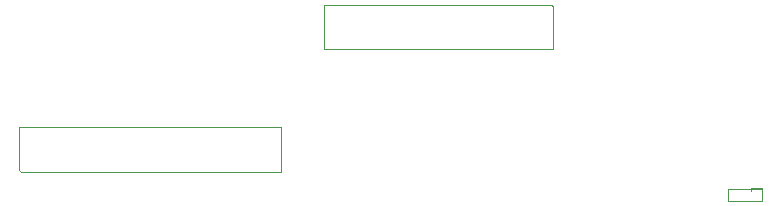
<source format=gm1>
G04*
G04 #@! TF.GenerationSoftware,Altium Limited,Altium Designer,19.0.10 (269)*
G04*
G04 Layer_Color=16711935*
%FSLAX25Y25*%
%MOIN*%
G70*
G01*
G75*
%ADD16C,0.00197*%
D16*
X440748Y114075D02*
Y115059D01*
X444685D01*
Y111909D02*
Y115059D01*
Y110728D02*
Y111909D01*
X440945Y110728D02*
X444685D01*
X433366Y114764D02*
X444685D01*
X433366Y110728D02*
Y114764D01*
Y110728D02*
X441339D01*
X298425Y175984D02*
X374410D01*
X298425Y161221D02*
Y175984D01*
Y161221D02*
X375000D01*
Y175394D01*
X374410Y175984D02*
X375000Y175394D01*
X197441Y120472D02*
X284287D01*
X196850Y135236D02*
X284287D01*
X196850Y121063D02*
Y135236D01*
Y121063D02*
X197441Y120472D01*
X284252D02*
Y135236D01*
M02*

</source>
